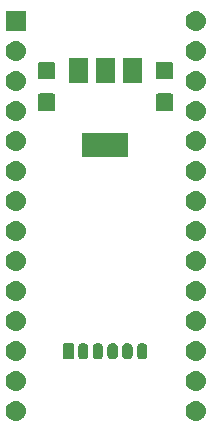
<source format=gbr>
G04 #@! TF.GenerationSoftware,KiCad,Pcbnew,(5.1.4)-1*
G04 #@! TF.CreationDate,2020-02-29T18:51:57+01:00*
G04 #@! TF.ProjectId,PLA_C64,504c415f-4336-4342-9e6b-696361645f70,rev?*
G04 #@! TF.SameCoordinates,Original*
G04 #@! TF.FileFunction,Soldermask,Bot*
G04 #@! TF.FilePolarity,Negative*
%FSLAX46Y46*%
G04 Gerber Fmt 4.6, Leading zero omitted, Abs format (unit mm)*
G04 Created by KiCad (PCBNEW (5.1.4)-1) date 2020-02-29 18:51:57*
%MOMM*%
%LPD*%
G04 APERTURE LIST*
%ADD10C,0.100000*%
G04 APERTURE END LIST*
D10*
G36*
X32119123Y-48809913D02*
G01*
X32279542Y-48858576D01*
X32412206Y-48929486D01*
X32427378Y-48937596D01*
X32556959Y-49043941D01*
X32663304Y-49173522D01*
X32663305Y-49173524D01*
X32742324Y-49321358D01*
X32790987Y-49481777D01*
X32807417Y-49648600D01*
X32790987Y-49815423D01*
X32742324Y-49975842D01*
X32671414Y-50108506D01*
X32663304Y-50123678D01*
X32556959Y-50253259D01*
X32427378Y-50359604D01*
X32427376Y-50359605D01*
X32279542Y-50438624D01*
X32119123Y-50487287D01*
X31994104Y-50499600D01*
X31910496Y-50499600D01*
X31785477Y-50487287D01*
X31625058Y-50438624D01*
X31477224Y-50359605D01*
X31477222Y-50359604D01*
X31347641Y-50253259D01*
X31241296Y-50123678D01*
X31233186Y-50108506D01*
X31162276Y-49975842D01*
X31113613Y-49815423D01*
X31097183Y-49648600D01*
X31113613Y-49481777D01*
X31162276Y-49321358D01*
X31241295Y-49173524D01*
X31241296Y-49173522D01*
X31347641Y-49043941D01*
X31477222Y-48937596D01*
X31492394Y-48929486D01*
X31625058Y-48858576D01*
X31785477Y-48809913D01*
X31910496Y-48797600D01*
X31994104Y-48797600D01*
X32119123Y-48809913D01*
X32119123Y-48809913D01*
G37*
G36*
X16879123Y-48809913D02*
G01*
X17039542Y-48858576D01*
X17172206Y-48929486D01*
X17187378Y-48937596D01*
X17316959Y-49043941D01*
X17423304Y-49173522D01*
X17423305Y-49173524D01*
X17502324Y-49321358D01*
X17550987Y-49481777D01*
X17567417Y-49648600D01*
X17550987Y-49815423D01*
X17502324Y-49975842D01*
X17431414Y-50108506D01*
X17423304Y-50123678D01*
X17316959Y-50253259D01*
X17187378Y-50359604D01*
X17187376Y-50359605D01*
X17039542Y-50438624D01*
X16879123Y-50487287D01*
X16754104Y-50499600D01*
X16670496Y-50499600D01*
X16545477Y-50487287D01*
X16385058Y-50438624D01*
X16237224Y-50359605D01*
X16237222Y-50359604D01*
X16107641Y-50253259D01*
X16001296Y-50123678D01*
X15993186Y-50108506D01*
X15922276Y-49975842D01*
X15873613Y-49815423D01*
X15857183Y-49648600D01*
X15873613Y-49481777D01*
X15922276Y-49321358D01*
X16001295Y-49173524D01*
X16001296Y-49173522D01*
X16107641Y-49043941D01*
X16237222Y-48937596D01*
X16252394Y-48929486D01*
X16385058Y-48858576D01*
X16545477Y-48809913D01*
X16670496Y-48797600D01*
X16754104Y-48797600D01*
X16879123Y-48809913D01*
X16879123Y-48809913D01*
G37*
G36*
X32119123Y-46269913D02*
G01*
X32279542Y-46318576D01*
X32412206Y-46389486D01*
X32427378Y-46397596D01*
X32556959Y-46503941D01*
X32663304Y-46633522D01*
X32663305Y-46633524D01*
X32742324Y-46781358D01*
X32790987Y-46941777D01*
X32807417Y-47108600D01*
X32790987Y-47275423D01*
X32742324Y-47435842D01*
X32671414Y-47568506D01*
X32663304Y-47583678D01*
X32556959Y-47713259D01*
X32427378Y-47819604D01*
X32427376Y-47819605D01*
X32279542Y-47898624D01*
X32119123Y-47947287D01*
X31994104Y-47959600D01*
X31910496Y-47959600D01*
X31785477Y-47947287D01*
X31625058Y-47898624D01*
X31477224Y-47819605D01*
X31477222Y-47819604D01*
X31347641Y-47713259D01*
X31241296Y-47583678D01*
X31233186Y-47568506D01*
X31162276Y-47435842D01*
X31113613Y-47275423D01*
X31097183Y-47108600D01*
X31113613Y-46941777D01*
X31162276Y-46781358D01*
X31241295Y-46633524D01*
X31241296Y-46633522D01*
X31347641Y-46503941D01*
X31477222Y-46397596D01*
X31492394Y-46389486D01*
X31625058Y-46318576D01*
X31785477Y-46269913D01*
X31910496Y-46257600D01*
X31994104Y-46257600D01*
X32119123Y-46269913D01*
X32119123Y-46269913D01*
G37*
G36*
X16879123Y-46269913D02*
G01*
X17039542Y-46318576D01*
X17172206Y-46389486D01*
X17187378Y-46397596D01*
X17316959Y-46503941D01*
X17423304Y-46633522D01*
X17423305Y-46633524D01*
X17502324Y-46781358D01*
X17550987Y-46941777D01*
X17567417Y-47108600D01*
X17550987Y-47275423D01*
X17502324Y-47435842D01*
X17431414Y-47568506D01*
X17423304Y-47583678D01*
X17316959Y-47713259D01*
X17187378Y-47819604D01*
X17187376Y-47819605D01*
X17039542Y-47898624D01*
X16879123Y-47947287D01*
X16754104Y-47959600D01*
X16670496Y-47959600D01*
X16545477Y-47947287D01*
X16385058Y-47898624D01*
X16237224Y-47819605D01*
X16237222Y-47819604D01*
X16107641Y-47713259D01*
X16001296Y-47583678D01*
X15993186Y-47568506D01*
X15922276Y-47435842D01*
X15873613Y-47275423D01*
X15857183Y-47108600D01*
X15873613Y-46941777D01*
X15922276Y-46781358D01*
X16001295Y-46633524D01*
X16001296Y-46633522D01*
X16107641Y-46503941D01*
X16237222Y-46397596D01*
X16252394Y-46389486D01*
X16385058Y-46318576D01*
X16545477Y-46269913D01*
X16670496Y-46257600D01*
X16754104Y-46257600D01*
X16879123Y-46269913D01*
X16879123Y-46269913D01*
G37*
G36*
X32119123Y-43729913D02*
G01*
X32279542Y-43778576D01*
X32412206Y-43849486D01*
X32427378Y-43857596D01*
X32556959Y-43963941D01*
X32663304Y-44093522D01*
X32663305Y-44093524D01*
X32742324Y-44241358D01*
X32790987Y-44401777D01*
X32807417Y-44568600D01*
X32790987Y-44735423D01*
X32742324Y-44895842D01*
X32687759Y-44997925D01*
X32663304Y-45043678D01*
X32556959Y-45173259D01*
X32427378Y-45279604D01*
X32427376Y-45279605D01*
X32279542Y-45358624D01*
X32119123Y-45407287D01*
X31994104Y-45419600D01*
X31910496Y-45419600D01*
X31785477Y-45407287D01*
X31625058Y-45358624D01*
X31477224Y-45279605D01*
X31477222Y-45279604D01*
X31347641Y-45173259D01*
X31241296Y-45043678D01*
X31216841Y-44997925D01*
X31162276Y-44895842D01*
X31113613Y-44735423D01*
X31097183Y-44568600D01*
X31113613Y-44401777D01*
X31162276Y-44241358D01*
X31241295Y-44093524D01*
X31241296Y-44093522D01*
X31347641Y-43963941D01*
X31477222Y-43857596D01*
X31492394Y-43849486D01*
X31625058Y-43778576D01*
X31785477Y-43729913D01*
X31910496Y-43717600D01*
X31994104Y-43717600D01*
X32119123Y-43729913D01*
X32119123Y-43729913D01*
G37*
G36*
X16879123Y-43729913D02*
G01*
X17039542Y-43778576D01*
X17172206Y-43849486D01*
X17187378Y-43857596D01*
X17316959Y-43963941D01*
X17423304Y-44093522D01*
X17423305Y-44093524D01*
X17502324Y-44241358D01*
X17550987Y-44401777D01*
X17567417Y-44568600D01*
X17550987Y-44735423D01*
X17502324Y-44895842D01*
X17447759Y-44997925D01*
X17423304Y-45043678D01*
X17316959Y-45173259D01*
X17187378Y-45279604D01*
X17187376Y-45279605D01*
X17039542Y-45358624D01*
X16879123Y-45407287D01*
X16754104Y-45419600D01*
X16670496Y-45419600D01*
X16545477Y-45407287D01*
X16385058Y-45358624D01*
X16237224Y-45279605D01*
X16237222Y-45279604D01*
X16107641Y-45173259D01*
X16001296Y-45043678D01*
X15976841Y-44997925D01*
X15922276Y-44895842D01*
X15873613Y-44735423D01*
X15857183Y-44568600D01*
X15873613Y-44401777D01*
X15922276Y-44241358D01*
X16001295Y-44093524D01*
X16001296Y-44093522D01*
X16107641Y-43963941D01*
X16237222Y-43857596D01*
X16252394Y-43849486D01*
X16385058Y-43778576D01*
X16545477Y-43729913D01*
X16670496Y-43717600D01*
X16754104Y-43717600D01*
X16879123Y-43729913D01*
X16879123Y-43729913D01*
G37*
G36*
X22504209Y-43880025D02*
G01*
X22589225Y-43905814D01*
X22667574Y-43947693D01*
X22736249Y-44004052D01*
X22792607Y-44072725D01*
X22834486Y-44151074D01*
X22860275Y-44236090D01*
X22866800Y-44302342D01*
X22866800Y-44846658D01*
X22860275Y-44912910D01*
X22834486Y-44997926D01*
X22792607Y-45076275D01*
X22736249Y-45144949D01*
X22667575Y-45201307D01*
X22589226Y-45243186D01*
X22504210Y-45268975D01*
X22415800Y-45277682D01*
X22327391Y-45268975D01*
X22242375Y-45243186D01*
X22164026Y-45201307D01*
X22095352Y-45144949D01*
X22038995Y-45076276D01*
X21997113Y-44997923D01*
X21971325Y-44912910D01*
X21964800Y-44846658D01*
X21964800Y-44302343D01*
X21971325Y-44236091D01*
X21997114Y-44151075D01*
X22038993Y-44072726D01*
X22095352Y-44004051D01*
X22164025Y-43947693D01*
X22242374Y-43905814D01*
X22327390Y-43880025D01*
X22415800Y-43871318D01*
X22504209Y-43880025D01*
X22504209Y-43880025D01*
G37*
G36*
X23754209Y-43880025D02*
G01*
X23839225Y-43905814D01*
X23917574Y-43947693D01*
X23986249Y-44004052D01*
X24042607Y-44072725D01*
X24084486Y-44151074D01*
X24110275Y-44236090D01*
X24116800Y-44302342D01*
X24116800Y-44846658D01*
X24110275Y-44912910D01*
X24084486Y-44997926D01*
X24042607Y-45076275D01*
X23986249Y-45144949D01*
X23917575Y-45201307D01*
X23839226Y-45243186D01*
X23754210Y-45268975D01*
X23665800Y-45277682D01*
X23577391Y-45268975D01*
X23492375Y-45243186D01*
X23414026Y-45201307D01*
X23345352Y-45144949D01*
X23288995Y-45076276D01*
X23247113Y-44997923D01*
X23221325Y-44912910D01*
X23214800Y-44846658D01*
X23214800Y-44302343D01*
X23221325Y-44236091D01*
X23247114Y-44151075D01*
X23288993Y-44072726D01*
X23345352Y-44004051D01*
X23414025Y-43947693D01*
X23492374Y-43905814D01*
X23577390Y-43880025D01*
X23665800Y-43871318D01*
X23754209Y-43880025D01*
X23754209Y-43880025D01*
G37*
G36*
X25004209Y-43880025D02*
G01*
X25089225Y-43905814D01*
X25167574Y-43947693D01*
X25236249Y-44004052D01*
X25292607Y-44072725D01*
X25334486Y-44151074D01*
X25360275Y-44236090D01*
X25366800Y-44302342D01*
X25366800Y-44846658D01*
X25360275Y-44912910D01*
X25334486Y-44997926D01*
X25292607Y-45076275D01*
X25236249Y-45144949D01*
X25167575Y-45201307D01*
X25089226Y-45243186D01*
X25004210Y-45268975D01*
X24915800Y-45277682D01*
X24827391Y-45268975D01*
X24742375Y-45243186D01*
X24664026Y-45201307D01*
X24595352Y-45144949D01*
X24538995Y-45076276D01*
X24497113Y-44997923D01*
X24471325Y-44912910D01*
X24464800Y-44846658D01*
X24464800Y-44302343D01*
X24471325Y-44236091D01*
X24497114Y-44151075D01*
X24538993Y-44072726D01*
X24595352Y-44004051D01*
X24664025Y-43947693D01*
X24742374Y-43905814D01*
X24827390Y-43880025D01*
X24915800Y-43871318D01*
X25004209Y-43880025D01*
X25004209Y-43880025D01*
G37*
G36*
X26254209Y-43880025D02*
G01*
X26339225Y-43905814D01*
X26417574Y-43947693D01*
X26486249Y-44004052D01*
X26542607Y-44072725D01*
X26584486Y-44151074D01*
X26610275Y-44236090D01*
X26616800Y-44302342D01*
X26616800Y-44846658D01*
X26610275Y-44912910D01*
X26584486Y-44997926D01*
X26542607Y-45076275D01*
X26486249Y-45144949D01*
X26417575Y-45201307D01*
X26339226Y-45243186D01*
X26254210Y-45268975D01*
X26165800Y-45277682D01*
X26077391Y-45268975D01*
X25992375Y-45243186D01*
X25914026Y-45201307D01*
X25845352Y-45144949D01*
X25788995Y-45076276D01*
X25747113Y-44997923D01*
X25721325Y-44912910D01*
X25714800Y-44846658D01*
X25714800Y-44302343D01*
X25721325Y-44236091D01*
X25747114Y-44151075D01*
X25788993Y-44072726D01*
X25845352Y-44004051D01*
X25914025Y-43947693D01*
X25992374Y-43905814D01*
X26077390Y-43880025D01*
X26165800Y-43871318D01*
X26254209Y-43880025D01*
X26254209Y-43880025D01*
G37*
G36*
X27504209Y-43880025D02*
G01*
X27589225Y-43905814D01*
X27667574Y-43947693D01*
X27736249Y-44004052D01*
X27792607Y-44072725D01*
X27834486Y-44151074D01*
X27860275Y-44236090D01*
X27866800Y-44302342D01*
X27866800Y-44846658D01*
X27860275Y-44912910D01*
X27834486Y-44997926D01*
X27792607Y-45076275D01*
X27736249Y-45144949D01*
X27667575Y-45201307D01*
X27589226Y-45243186D01*
X27504210Y-45268975D01*
X27415800Y-45277682D01*
X27327391Y-45268975D01*
X27242375Y-45243186D01*
X27164026Y-45201307D01*
X27095352Y-45144949D01*
X27038995Y-45076276D01*
X26997113Y-44997923D01*
X26971325Y-44912910D01*
X26964800Y-44846658D01*
X26964800Y-44302343D01*
X26971325Y-44236091D01*
X26997114Y-44151075D01*
X27038993Y-44072726D01*
X27095352Y-44004051D01*
X27164025Y-43947693D01*
X27242374Y-43905814D01*
X27327390Y-43880025D01*
X27415800Y-43871318D01*
X27504209Y-43880025D01*
X27504209Y-43880025D01*
G37*
G36*
X21485483Y-43877225D02*
G01*
X21515943Y-43886466D01*
X21544023Y-43901474D01*
X21568631Y-43921669D01*
X21588826Y-43946277D01*
X21603834Y-43974357D01*
X21613075Y-44004817D01*
X21616800Y-44042640D01*
X21616800Y-45106360D01*
X21613075Y-45144183D01*
X21603834Y-45174643D01*
X21588826Y-45202723D01*
X21568631Y-45227331D01*
X21544023Y-45247526D01*
X21515943Y-45262534D01*
X21485483Y-45271775D01*
X21447660Y-45275500D01*
X20883940Y-45275500D01*
X20846117Y-45271775D01*
X20815657Y-45262534D01*
X20787577Y-45247526D01*
X20762969Y-45227331D01*
X20742774Y-45202723D01*
X20727766Y-45174643D01*
X20718525Y-45144183D01*
X20714800Y-45106360D01*
X20714800Y-44042640D01*
X20718525Y-44004817D01*
X20727766Y-43974357D01*
X20742774Y-43946277D01*
X20762969Y-43921669D01*
X20787577Y-43901474D01*
X20815657Y-43886466D01*
X20846117Y-43877225D01*
X20883940Y-43873500D01*
X21447660Y-43873500D01*
X21485483Y-43877225D01*
X21485483Y-43877225D01*
G37*
G36*
X16879123Y-41189913D02*
G01*
X17039542Y-41238576D01*
X17172206Y-41309486D01*
X17187378Y-41317596D01*
X17316959Y-41423941D01*
X17423304Y-41553522D01*
X17423305Y-41553524D01*
X17502324Y-41701358D01*
X17550987Y-41861777D01*
X17567417Y-42028600D01*
X17550987Y-42195423D01*
X17502324Y-42355842D01*
X17431414Y-42488506D01*
X17423304Y-42503678D01*
X17316959Y-42633259D01*
X17187378Y-42739604D01*
X17187376Y-42739605D01*
X17039542Y-42818624D01*
X16879123Y-42867287D01*
X16754104Y-42879600D01*
X16670496Y-42879600D01*
X16545477Y-42867287D01*
X16385058Y-42818624D01*
X16237224Y-42739605D01*
X16237222Y-42739604D01*
X16107641Y-42633259D01*
X16001296Y-42503678D01*
X15993186Y-42488506D01*
X15922276Y-42355842D01*
X15873613Y-42195423D01*
X15857183Y-42028600D01*
X15873613Y-41861777D01*
X15922276Y-41701358D01*
X16001295Y-41553524D01*
X16001296Y-41553522D01*
X16107641Y-41423941D01*
X16237222Y-41317596D01*
X16252394Y-41309486D01*
X16385058Y-41238576D01*
X16545477Y-41189913D01*
X16670496Y-41177600D01*
X16754104Y-41177600D01*
X16879123Y-41189913D01*
X16879123Y-41189913D01*
G37*
G36*
X32119123Y-41189913D02*
G01*
X32279542Y-41238576D01*
X32412206Y-41309486D01*
X32427378Y-41317596D01*
X32556959Y-41423941D01*
X32663304Y-41553522D01*
X32663305Y-41553524D01*
X32742324Y-41701358D01*
X32790987Y-41861777D01*
X32807417Y-42028600D01*
X32790987Y-42195423D01*
X32742324Y-42355842D01*
X32671414Y-42488506D01*
X32663304Y-42503678D01*
X32556959Y-42633259D01*
X32427378Y-42739604D01*
X32427376Y-42739605D01*
X32279542Y-42818624D01*
X32119123Y-42867287D01*
X31994104Y-42879600D01*
X31910496Y-42879600D01*
X31785477Y-42867287D01*
X31625058Y-42818624D01*
X31477224Y-42739605D01*
X31477222Y-42739604D01*
X31347641Y-42633259D01*
X31241296Y-42503678D01*
X31233186Y-42488506D01*
X31162276Y-42355842D01*
X31113613Y-42195423D01*
X31097183Y-42028600D01*
X31113613Y-41861777D01*
X31162276Y-41701358D01*
X31241295Y-41553524D01*
X31241296Y-41553522D01*
X31347641Y-41423941D01*
X31477222Y-41317596D01*
X31492394Y-41309486D01*
X31625058Y-41238576D01*
X31785477Y-41189913D01*
X31910496Y-41177600D01*
X31994104Y-41177600D01*
X32119123Y-41189913D01*
X32119123Y-41189913D01*
G37*
G36*
X16879123Y-38649913D02*
G01*
X17039542Y-38698576D01*
X17172206Y-38769486D01*
X17187378Y-38777596D01*
X17316959Y-38883941D01*
X17423304Y-39013522D01*
X17423305Y-39013524D01*
X17502324Y-39161358D01*
X17550987Y-39321777D01*
X17567417Y-39488600D01*
X17550987Y-39655423D01*
X17502324Y-39815842D01*
X17431414Y-39948506D01*
X17423304Y-39963678D01*
X17316959Y-40093259D01*
X17187378Y-40199604D01*
X17187376Y-40199605D01*
X17039542Y-40278624D01*
X16879123Y-40327287D01*
X16754104Y-40339600D01*
X16670496Y-40339600D01*
X16545477Y-40327287D01*
X16385058Y-40278624D01*
X16237224Y-40199605D01*
X16237222Y-40199604D01*
X16107641Y-40093259D01*
X16001296Y-39963678D01*
X15993186Y-39948506D01*
X15922276Y-39815842D01*
X15873613Y-39655423D01*
X15857183Y-39488600D01*
X15873613Y-39321777D01*
X15922276Y-39161358D01*
X16001295Y-39013524D01*
X16001296Y-39013522D01*
X16107641Y-38883941D01*
X16237222Y-38777596D01*
X16252394Y-38769486D01*
X16385058Y-38698576D01*
X16545477Y-38649913D01*
X16670496Y-38637600D01*
X16754104Y-38637600D01*
X16879123Y-38649913D01*
X16879123Y-38649913D01*
G37*
G36*
X32119123Y-38649913D02*
G01*
X32279542Y-38698576D01*
X32412206Y-38769486D01*
X32427378Y-38777596D01*
X32556959Y-38883941D01*
X32663304Y-39013522D01*
X32663305Y-39013524D01*
X32742324Y-39161358D01*
X32790987Y-39321777D01*
X32807417Y-39488600D01*
X32790987Y-39655423D01*
X32742324Y-39815842D01*
X32671414Y-39948506D01*
X32663304Y-39963678D01*
X32556959Y-40093259D01*
X32427378Y-40199604D01*
X32427376Y-40199605D01*
X32279542Y-40278624D01*
X32119123Y-40327287D01*
X31994104Y-40339600D01*
X31910496Y-40339600D01*
X31785477Y-40327287D01*
X31625058Y-40278624D01*
X31477224Y-40199605D01*
X31477222Y-40199604D01*
X31347641Y-40093259D01*
X31241296Y-39963678D01*
X31233186Y-39948506D01*
X31162276Y-39815842D01*
X31113613Y-39655423D01*
X31097183Y-39488600D01*
X31113613Y-39321777D01*
X31162276Y-39161358D01*
X31241295Y-39013524D01*
X31241296Y-39013522D01*
X31347641Y-38883941D01*
X31477222Y-38777596D01*
X31492394Y-38769486D01*
X31625058Y-38698576D01*
X31785477Y-38649913D01*
X31910496Y-38637600D01*
X31994104Y-38637600D01*
X32119123Y-38649913D01*
X32119123Y-38649913D01*
G37*
G36*
X32119123Y-36109913D02*
G01*
X32279542Y-36158576D01*
X32412206Y-36229486D01*
X32427378Y-36237596D01*
X32556959Y-36343941D01*
X32663304Y-36473522D01*
X32663305Y-36473524D01*
X32742324Y-36621358D01*
X32790987Y-36781777D01*
X32807417Y-36948600D01*
X32790987Y-37115423D01*
X32742324Y-37275842D01*
X32671414Y-37408506D01*
X32663304Y-37423678D01*
X32556959Y-37553259D01*
X32427378Y-37659604D01*
X32427376Y-37659605D01*
X32279542Y-37738624D01*
X32119123Y-37787287D01*
X31994104Y-37799600D01*
X31910496Y-37799600D01*
X31785477Y-37787287D01*
X31625058Y-37738624D01*
X31477224Y-37659605D01*
X31477222Y-37659604D01*
X31347641Y-37553259D01*
X31241296Y-37423678D01*
X31233186Y-37408506D01*
X31162276Y-37275842D01*
X31113613Y-37115423D01*
X31097183Y-36948600D01*
X31113613Y-36781777D01*
X31162276Y-36621358D01*
X31241295Y-36473524D01*
X31241296Y-36473522D01*
X31347641Y-36343941D01*
X31477222Y-36237596D01*
X31492394Y-36229486D01*
X31625058Y-36158576D01*
X31785477Y-36109913D01*
X31910496Y-36097600D01*
X31994104Y-36097600D01*
X32119123Y-36109913D01*
X32119123Y-36109913D01*
G37*
G36*
X16879123Y-36109913D02*
G01*
X17039542Y-36158576D01*
X17172206Y-36229486D01*
X17187378Y-36237596D01*
X17316959Y-36343941D01*
X17423304Y-36473522D01*
X17423305Y-36473524D01*
X17502324Y-36621358D01*
X17550987Y-36781777D01*
X17567417Y-36948600D01*
X17550987Y-37115423D01*
X17502324Y-37275842D01*
X17431414Y-37408506D01*
X17423304Y-37423678D01*
X17316959Y-37553259D01*
X17187378Y-37659604D01*
X17187376Y-37659605D01*
X17039542Y-37738624D01*
X16879123Y-37787287D01*
X16754104Y-37799600D01*
X16670496Y-37799600D01*
X16545477Y-37787287D01*
X16385058Y-37738624D01*
X16237224Y-37659605D01*
X16237222Y-37659604D01*
X16107641Y-37553259D01*
X16001296Y-37423678D01*
X15993186Y-37408506D01*
X15922276Y-37275842D01*
X15873613Y-37115423D01*
X15857183Y-36948600D01*
X15873613Y-36781777D01*
X15922276Y-36621358D01*
X16001295Y-36473524D01*
X16001296Y-36473522D01*
X16107641Y-36343941D01*
X16237222Y-36237596D01*
X16252394Y-36229486D01*
X16385058Y-36158576D01*
X16545477Y-36109913D01*
X16670496Y-36097600D01*
X16754104Y-36097600D01*
X16879123Y-36109913D01*
X16879123Y-36109913D01*
G37*
G36*
X32119123Y-33569913D02*
G01*
X32279542Y-33618576D01*
X32412206Y-33689486D01*
X32427378Y-33697596D01*
X32556959Y-33803941D01*
X32663304Y-33933522D01*
X32663305Y-33933524D01*
X32742324Y-34081358D01*
X32790987Y-34241777D01*
X32807417Y-34408600D01*
X32790987Y-34575423D01*
X32742324Y-34735842D01*
X32671414Y-34868506D01*
X32663304Y-34883678D01*
X32556959Y-35013259D01*
X32427378Y-35119604D01*
X32427376Y-35119605D01*
X32279542Y-35198624D01*
X32119123Y-35247287D01*
X31994104Y-35259600D01*
X31910496Y-35259600D01*
X31785477Y-35247287D01*
X31625058Y-35198624D01*
X31477224Y-35119605D01*
X31477222Y-35119604D01*
X31347641Y-35013259D01*
X31241296Y-34883678D01*
X31233186Y-34868506D01*
X31162276Y-34735842D01*
X31113613Y-34575423D01*
X31097183Y-34408600D01*
X31113613Y-34241777D01*
X31162276Y-34081358D01*
X31241295Y-33933524D01*
X31241296Y-33933522D01*
X31347641Y-33803941D01*
X31477222Y-33697596D01*
X31492394Y-33689486D01*
X31625058Y-33618576D01*
X31785477Y-33569913D01*
X31910496Y-33557600D01*
X31994104Y-33557600D01*
X32119123Y-33569913D01*
X32119123Y-33569913D01*
G37*
G36*
X16879123Y-33569913D02*
G01*
X17039542Y-33618576D01*
X17172206Y-33689486D01*
X17187378Y-33697596D01*
X17316959Y-33803941D01*
X17423304Y-33933522D01*
X17423305Y-33933524D01*
X17502324Y-34081358D01*
X17550987Y-34241777D01*
X17567417Y-34408600D01*
X17550987Y-34575423D01*
X17502324Y-34735842D01*
X17431414Y-34868506D01*
X17423304Y-34883678D01*
X17316959Y-35013259D01*
X17187378Y-35119604D01*
X17187376Y-35119605D01*
X17039542Y-35198624D01*
X16879123Y-35247287D01*
X16754104Y-35259600D01*
X16670496Y-35259600D01*
X16545477Y-35247287D01*
X16385058Y-35198624D01*
X16237224Y-35119605D01*
X16237222Y-35119604D01*
X16107641Y-35013259D01*
X16001296Y-34883678D01*
X15993186Y-34868506D01*
X15922276Y-34735842D01*
X15873613Y-34575423D01*
X15857183Y-34408600D01*
X15873613Y-34241777D01*
X15922276Y-34081358D01*
X16001295Y-33933524D01*
X16001296Y-33933522D01*
X16107641Y-33803941D01*
X16237222Y-33697596D01*
X16252394Y-33689486D01*
X16385058Y-33618576D01*
X16545477Y-33569913D01*
X16670496Y-33557600D01*
X16754104Y-33557600D01*
X16879123Y-33569913D01*
X16879123Y-33569913D01*
G37*
G36*
X32119123Y-31029913D02*
G01*
X32279542Y-31078576D01*
X32412206Y-31149486D01*
X32427378Y-31157596D01*
X32556959Y-31263941D01*
X32663304Y-31393522D01*
X32663305Y-31393524D01*
X32742324Y-31541358D01*
X32790987Y-31701777D01*
X32807417Y-31868600D01*
X32790987Y-32035423D01*
X32742324Y-32195842D01*
X32671414Y-32328506D01*
X32663304Y-32343678D01*
X32556959Y-32473259D01*
X32427378Y-32579604D01*
X32427376Y-32579605D01*
X32279542Y-32658624D01*
X32119123Y-32707287D01*
X31994104Y-32719600D01*
X31910496Y-32719600D01*
X31785477Y-32707287D01*
X31625058Y-32658624D01*
X31477224Y-32579605D01*
X31477222Y-32579604D01*
X31347641Y-32473259D01*
X31241296Y-32343678D01*
X31233186Y-32328506D01*
X31162276Y-32195842D01*
X31113613Y-32035423D01*
X31097183Y-31868600D01*
X31113613Y-31701777D01*
X31162276Y-31541358D01*
X31241295Y-31393524D01*
X31241296Y-31393522D01*
X31347641Y-31263941D01*
X31477222Y-31157596D01*
X31492394Y-31149486D01*
X31625058Y-31078576D01*
X31785477Y-31029913D01*
X31910496Y-31017600D01*
X31994104Y-31017600D01*
X32119123Y-31029913D01*
X32119123Y-31029913D01*
G37*
G36*
X16879123Y-31029913D02*
G01*
X17039542Y-31078576D01*
X17172206Y-31149486D01*
X17187378Y-31157596D01*
X17316959Y-31263941D01*
X17423304Y-31393522D01*
X17423305Y-31393524D01*
X17502324Y-31541358D01*
X17550987Y-31701777D01*
X17567417Y-31868600D01*
X17550987Y-32035423D01*
X17502324Y-32195842D01*
X17431414Y-32328506D01*
X17423304Y-32343678D01*
X17316959Y-32473259D01*
X17187378Y-32579604D01*
X17187376Y-32579605D01*
X17039542Y-32658624D01*
X16879123Y-32707287D01*
X16754104Y-32719600D01*
X16670496Y-32719600D01*
X16545477Y-32707287D01*
X16385058Y-32658624D01*
X16237224Y-32579605D01*
X16237222Y-32579604D01*
X16107641Y-32473259D01*
X16001296Y-32343678D01*
X15993186Y-32328506D01*
X15922276Y-32195842D01*
X15873613Y-32035423D01*
X15857183Y-31868600D01*
X15873613Y-31701777D01*
X15922276Y-31541358D01*
X16001295Y-31393524D01*
X16001296Y-31393522D01*
X16107641Y-31263941D01*
X16237222Y-31157596D01*
X16252394Y-31149486D01*
X16385058Y-31078576D01*
X16545477Y-31029913D01*
X16670496Y-31017600D01*
X16754104Y-31017600D01*
X16879123Y-31029913D01*
X16879123Y-31029913D01*
G37*
G36*
X16879123Y-28489913D02*
G01*
X17039542Y-28538576D01*
X17172206Y-28609486D01*
X17187378Y-28617596D01*
X17316959Y-28723941D01*
X17423304Y-28853522D01*
X17423305Y-28853524D01*
X17502324Y-29001358D01*
X17550987Y-29161777D01*
X17567417Y-29328600D01*
X17550987Y-29495423D01*
X17502324Y-29655842D01*
X17431414Y-29788506D01*
X17423304Y-29803678D01*
X17316959Y-29933259D01*
X17187378Y-30039604D01*
X17187376Y-30039605D01*
X17039542Y-30118624D01*
X16879123Y-30167287D01*
X16754104Y-30179600D01*
X16670496Y-30179600D01*
X16545477Y-30167287D01*
X16385058Y-30118624D01*
X16237224Y-30039605D01*
X16237222Y-30039604D01*
X16107641Y-29933259D01*
X16001296Y-29803678D01*
X15993186Y-29788506D01*
X15922276Y-29655842D01*
X15873613Y-29495423D01*
X15857183Y-29328600D01*
X15873613Y-29161777D01*
X15922276Y-29001358D01*
X16001295Y-28853524D01*
X16001296Y-28853522D01*
X16107641Y-28723941D01*
X16237222Y-28617596D01*
X16252394Y-28609486D01*
X16385058Y-28538576D01*
X16545477Y-28489913D01*
X16670496Y-28477600D01*
X16754104Y-28477600D01*
X16879123Y-28489913D01*
X16879123Y-28489913D01*
G37*
G36*
X32119123Y-28489913D02*
G01*
X32279542Y-28538576D01*
X32412206Y-28609486D01*
X32427378Y-28617596D01*
X32556959Y-28723941D01*
X32663304Y-28853522D01*
X32663305Y-28853524D01*
X32742324Y-29001358D01*
X32790987Y-29161777D01*
X32807417Y-29328600D01*
X32790987Y-29495423D01*
X32742324Y-29655842D01*
X32671414Y-29788506D01*
X32663304Y-29803678D01*
X32556959Y-29933259D01*
X32427378Y-30039604D01*
X32427376Y-30039605D01*
X32279542Y-30118624D01*
X32119123Y-30167287D01*
X31994104Y-30179600D01*
X31910496Y-30179600D01*
X31785477Y-30167287D01*
X31625058Y-30118624D01*
X31477224Y-30039605D01*
X31477222Y-30039604D01*
X31347641Y-29933259D01*
X31241296Y-29803678D01*
X31233186Y-29788506D01*
X31162276Y-29655842D01*
X31113613Y-29495423D01*
X31097183Y-29328600D01*
X31113613Y-29161777D01*
X31162276Y-29001358D01*
X31241295Y-28853524D01*
X31241296Y-28853522D01*
X31347641Y-28723941D01*
X31477222Y-28617596D01*
X31492394Y-28609486D01*
X31625058Y-28538576D01*
X31785477Y-28489913D01*
X31910496Y-28477600D01*
X31994104Y-28477600D01*
X32119123Y-28489913D01*
X32119123Y-28489913D01*
G37*
G36*
X26246100Y-28178600D02*
G01*
X22344100Y-28178600D01*
X22344100Y-26076600D01*
X26246100Y-26076600D01*
X26246100Y-28178600D01*
X26246100Y-28178600D01*
G37*
G36*
X16879123Y-25949913D02*
G01*
X17039542Y-25998576D01*
X17172206Y-26069486D01*
X17187378Y-26077596D01*
X17316959Y-26183941D01*
X17423304Y-26313522D01*
X17423305Y-26313524D01*
X17502324Y-26461358D01*
X17550987Y-26621777D01*
X17567417Y-26788600D01*
X17550987Y-26955423D01*
X17502324Y-27115842D01*
X17431414Y-27248506D01*
X17423304Y-27263678D01*
X17316959Y-27393259D01*
X17187378Y-27499604D01*
X17187376Y-27499605D01*
X17039542Y-27578624D01*
X16879123Y-27627287D01*
X16754104Y-27639600D01*
X16670496Y-27639600D01*
X16545477Y-27627287D01*
X16385058Y-27578624D01*
X16237224Y-27499605D01*
X16237222Y-27499604D01*
X16107641Y-27393259D01*
X16001296Y-27263678D01*
X15993186Y-27248506D01*
X15922276Y-27115842D01*
X15873613Y-26955423D01*
X15857183Y-26788600D01*
X15873613Y-26621777D01*
X15922276Y-26461358D01*
X16001295Y-26313524D01*
X16001296Y-26313522D01*
X16107641Y-26183941D01*
X16237222Y-26077596D01*
X16252394Y-26069486D01*
X16385058Y-25998576D01*
X16545477Y-25949913D01*
X16670496Y-25937600D01*
X16754104Y-25937600D01*
X16879123Y-25949913D01*
X16879123Y-25949913D01*
G37*
G36*
X32119123Y-25949913D02*
G01*
X32279542Y-25998576D01*
X32412206Y-26069486D01*
X32427378Y-26077596D01*
X32556959Y-26183941D01*
X32663304Y-26313522D01*
X32663305Y-26313524D01*
X32742324Y-26461358D01*
X32790987Y-26621777D01*
X32807417Y-26788600D01*
X32790987Y-26955423D01*
X32742324Y-27115842D01*
X32671414Y-27248506D01*
X32663304Y-27263678D01*
X32556959Y-27393259D01*
X32427378Y-27499604D01*
X32427376Y-27499605D01*
X32279542Y-27578624D01*
X32119123Y-27627287D01*
X31994104Y-27639600D01*
X31910496Y-27639600D01*
X31785477Y-27627287D01*
X31625058Y-27578624D01*
X31477224Y-27499605D01*
X31477222Y-27499604D01*
X31347641Y-27393259D01*
X31241296Y-27263678D01*
X31233186Y-27248506D01*
X31162276Y-27115842D01*
X31113613Y-26955423D01*
X31097183Y-26788600D01*
X31113613Y-26621777D01*
X31162276Y-26461358D01*
X31241295Y-26313524D01*
X31241296Y-26313522D01*
X31347641Y-26183941D01*
X31477222Y-26077596D01*
X31492394Y-26069486D01*
X31625058Y-25998576D01*
X31785477Y-25949913D01*
X31910496Y-25937600D01*
X31994104Y-25937600D01*
X32119123Y-25949913D01*
X32119123Y-25949913D01*
G37*
G36*
X16879123Y-23409913D02*
G01*
X17039542Y-23458576D01*
X17172206Y-23529486D01*
X17187378Y-23537596D01*
X17316959Y-23643941D01*
X17423304Y-23773522D01*
X17423305Y-23773524D01*
X17502324Y-23921358D01*
X17550987Y-24081777D01*
X17567417Y-24248600D01*
X17550987Y-24415423D01*
X17502324Y-24575842D01*
X17431414Y-24708506D01*
X17423304Y-24723678D01*
X17316959Y-24853259D01*
X17187378Y-24959604D01*
X17187376Y-24959605D01*
X17039542Y-25038624D01*
X16879123Y-25087287D01*
X16754104Y-25099600D01*
X16670496Y-25099600D01*
X16545477Y-25087287D01*
X16385058Y-25038624D01*
X16237224Y-24959605D01*
X16237222Y-24959604D01*
X16107641Y-24853259D01*
X16001296Y-24723678D01*
X15993186Y-24708506D01*
X15922276Y-24575842D01*
X15873613Y-24415423D01*
X15857183Y-24248600D01*
X15873613Y-24081777D01*
X15922276Y-23921358D01*
X16001295Y-23773524D01*
X16001296Y-23773522D01*
X16107641Y-23643941D01*
X16237222Y-23537596D01*
X16252394Y-23529486D01*
X16385058Y-23458576D01*
X16545477Y-23409913D01*
X16670496Y-23397600D01*
X16754104Y-23397600D01*
X16879123Y-23409913D01*
X16879123Y-23409913D01*
G37*
G36*
X32119123Y-23409913D02*
G01*
X32279542Y-23458576D01*
X32412206Y-23529486D01*
X32427378Y-23537596D01*
X32556959Y-23643941D01*
X32663304Y-23773522D01*
X32663305Y-23773524D01*
X32742324Y-23921358D01*
X32790987Y-24081777D01*
X32807417Y-24248600D01*
X32790987Y-24415423D01*
X32742324Y-24575842D01*
X32671414Y-24708506D01*
X32663304Y-24723678D01*
X32556959Y-24853259D01*
X32427378Y-24959604D01*
X32427376Y-24959605D01*
X32279542Y-25038624D01*
X32119123Y-25087287D01*
X31994104Y-25099600D01*
X31910496Y-25099600D01*
X31785477Y-25087287D01*
X31625058Y-25038624D01*
X31477224Y-24959605D01*
X31477222Y-24959604D01*
X31347641Y-24853259D01*
X31241296Y-24723678D01*
X31233186Y-24708506D01*
X31162276Y-24575842D01*
X31113613Y-24415423D01*
X31097183Y-24248600D01*
X31113613Y-24081777D01*
X31162276Y-23921358D01*
X31241295Y-23773524D01*
X31241296Y-23773522D01*
X31347641Y-23643941D01*
X31477222Y-23537596D01*
X31492394Y-23529486D01*
X31625058Y-23458576D01*
X31785477Y-23409913D01*
X31910496Y-23397600D01*
X31994104Y-23397600D01*
X32119123Y-23409913D01*
X32119123Y-23409913D01*
G37*
G36*
X19894598Y-22764747D02*
G01*
X19930167Y-22775537D01*
X19962939Y-22793054D01*
X19991669Y-22816631D01*
X20015246Y-22845361D01*
X20032763Y-22878133D01*
X20043553Y-22913702D01*
X20047800Y-22956825D01*
X20047800Y-24066175D01*
X20043553Y-24109298D01*
X20032763Y-24144867D01*
X20015246Y-24177639D01*
X19991669Y-24206369D01*
X19962939Y-24229946D01*
X19930167Y-24247463D01*
X19894598Y-24258253D01*
X19851475Y-24262500D01*
X18792125Y-24262500D01*
X18749002Y-24258253D01*
X18713433Y-24247463D01*
X18680661Y-24229946D01*
X18651931Y-24206369D01*
X18628354Y-24177639D01*
X18610837Y-24144867D01*
X18600047Y-24109298D01*
X18595800Y-24066175D01*
X18595800Y-22956825D01*
X18600047Y-22913702D01*
X18610837Y-22878133D01*
X18628354Y-22845361D01*
X18651931Y-22816631D01*
X18680661Y-22793054D01*
X18713433Y-22775537D01*
X18749002Y-22764747D01*
X18792125Y-22760500D01*
X19851475Y-22760500D01*
X19894598Y-22764747D01*
X19894598Y-22764747D01*
G37*
G36*
X29866598Y-22764747D02*
G01*
X29902167Y-22775537D01*
X29934939Y-22793054D01*
X29963669Y-22816631D01*
X29987246Y-22845361D01*
X30004763Y-22878133D01*
X30015553Y-22913702D01*
X30019800Y-22956825D01*
X30019800Y-24066175D01*
X30015553Y-24109298D01*
X30004763Y-24144867D01*
X29987246Y-24177639D01*
X29963669Y-24206369D01*
X29934939Y-24229946D01*
X29902167Y-24247463D01*
X29866598Y-24258253D01*
X29823475Y-24262500D01*
X28764125Y-24262500D01*
X28721002Y-24258253D01*
X28685433Y-24247463D01*
X28652661Y-24229946D01*
X28623931Y-24206369D01*
X28600354Y-24177639D01*
X28582837Y-24144867D01*
X28572047Y-24109298D01*
X28567800Y-24066175D01*
X28567800Y-22956825D01*
X28572047Y-22913702D01*
X28582837Y-22878133D01*
X28600354Y-22845361D01*
X28623931Y-22816631D01*
X28652661Y-22793054D01*
X28685433Y-22775537D01*
X28721002Y-22764747D01*
X28764125Y-22760500D01*
X29823475Y-22760500D01*
X29866598Y-22764747D01*
X29866598Y-22764747D01*
G37*
G36*
X16879123Y-20869913D02*
G01*
X17039542Y-20918576D01*
X17172206Y-20989486D01*
X17187378Y-20997596D01*
X17316959Y-21103941D01*
X17423304Y-21233522D01*
X17423305Y-21233524D01*
X17502324Y-21381358D01*
X17550987Y-21541777D01*
X17567417Y-21708600D01*
X17550987Y-21875423D01*
X17502324Y-22035842D01*
X17431414Y-22168506D01*
X17423304Y-22183678D01*
X17316959Y-22313259D01*
X17187378Y-22419604D01*
X17187376Y-22419605D01*
X17039542Y-22498624D01*
X16879123Y-22547287D01*
X16754104Y-22559600D01*
X16670496Y-22559600D01*
X16545477Y-22547287D01*
X16385058Y-22498624D01*
X16237224Y-22419605D01*
X16237222Y-22419604D01*
X16107641Y-22313259D01*
X16001296Y-22183678D01*
X15993186Y-22168506D01*
X15922276Y-22035842D01*
X15873613Y-21875423D01*
X15857183Y-21708600D01*
X15873613Y-21541777D01*
X15922276Y-21381358D01*
X16001295Y-21233524D01*
X16001296Y-21233522D01*
X16107641Y-21103941D01*
X16237222Y-20997596D01*
X16252394Y-20989486D01*
X16385058Y-20918576D01*
X16545477Y-20869913D01*
X16670496Y-20857600D01*
X16754104Y-20857600D01*
X16879123Y-20869913D01*
X16879123Y-20869913D01*
G37*
G36*
X32119123Y-20869913D02*
G01*
X32279542Y-20918576D01*
X32412206Y-20989486D01*
X32427378Y-20997596D01*
X32556959Y-21103941D01*
X32663304Y-21233522D01*
X32663305Y-21233524D01*
X32742324Y-21381358D01*
X32790987Y-21541777D01*
X32807417Y-21708600D01*
X32790987Y-21875423D01*
X32742324Y-22035842D01*
X32671414Y-22168506D01*
X32663304Y-22183678D01*
X32556959Y-22313259D01*
X32427378Y-22419604D01*
X32427376Y-22419605D01*
X32279542Y-22498624D01*
X32119123Y-22547287D01*
X31994104Y-22559600D01*
X31910496Y-22559600D01*
X31785477Y-22547287D01*
X31625058Y-22498624D01*
X31477224Y-22419605D01*
X31477222Y-22419604D01*
X31347641Y-22313259D01*
X31241296Y-22183678D01*
X31233186Y-22168506D01*
X31162276Y-22035842D01*
X31113613Y-21875423D01*
X31097183Y-21708600D01*
X31113613Y-21541777D01*
X31162276Y-21381358D01*
X31241295Y-21233524D01*
X31241296Y-21233522D01*
X31347641Y-21103941D01*
X31477222Y-20997596D01*
X31492394Y-20989486D01*
X31625058Y-20918576D01*
X31785477Y-20869913D01*
X31910496Y-20857600D01*
X31994104Y-20857600D01*
X32119123Y-20869913D01*
X32119123Y-20869913D01*
G37*
G36*
X25096100Y-21878600D02*
G01*
X23494100Y-21878600D01*
X23494100Y-19776600D01*
X25096100Y-19776600D01*
X25096100Y-21878600D01*
X25096100Y-21878600D01*
G37*
G36*
X22796100Y-21878600D02*
G01*
X21194100Y-21878600D01*
X21194100Y-19776600D01*
X22796100Y-19776600D01*
X22796100Y-21878600D01*
X22796100Y-21878600D01*
G37*
G36*
X27396100Y-21878600D02*
G01*
X25794100Y-21878600D01*
X25794100Y-19776600D01*
X27396100Y-19776600D01*
X27396100Y-21878600D01*
X27396100Y-21878600D01*
G37*
G36*
X19894598Y-20064747D02*
G01*
X19930167Y-20075537D01*
X19962939Y-20093054D01*
X19991669Y-20116631D01*
X20015246Y-20145361D01*
X20032763Y-20178133D01*
X20043553Y-20213702D01*
X20047800Y-20256825D01*
X20047800Y-21366175D01*
X20043553Y-21409298D01*
X20032763Y-21444867D01*
X20015246Y-21477639D01*
X19991669Y-21506369D01*
X19962939Y-21529946D01*
X19930167Y-21547463D01*
X19894598Y-21558253D01*
X19851475Y-21562500D01*
X18792125Y-21562500D01*
X18749002Y-21558253D01*
X18713433Y-21547463D01*
X18680661Y-21529946D01*
X18651931Y-21506369D01*
X18628354Y-21477639D01*
X18610837Y-21444867D01*
X18600047Y-21409298D01*
X18595800Y-21366175D01*
X18595800Y-20256825D01*
X18600047Y-20213702D01*
X18610837Y-20178133D01*
X18628354Y-20145361D01*
X18651931Y-20116631D01*
X18680661Y-20093054D01*
X18713433Y-20075537D01*
X18749002Y-20064747D01*
X18792125Y-20060500D01*
X19851475Y-20060500D01*
X19894598Y-20064747D01*
X19894598Y-20064747D01*
G37*
G36*
X29866598Y-20064747D02*
G01*
X29902167Y-20075537D01*
X29934939Y-20093054D01*
X29963669Y-20116631D01*
X29987246Y-20145361D01*
X30004763Y-20178133D01*
X30015553Y-20213702D01*
X30019800Y-20256825D01*
X30019800Y-21366175D01*
X30015553Y-21409298D01*
X30004763Y-21444867D01*
X29987246Y-21477639D01*
X29963669Y-21506369D01*
X29934939Y-21529946D01*
X29902167Y-21547463D01*
X29866598Y-21558253D01*
X29823475Y-21562500D01*
X28764125Y-21562500D01*
X28721002Y-21558253D01*
X28685433Y-21547463D01*
X28652661Y-21529946D01*
X28623931Y-21506369D01*
X28600354Y-21477639D01*
X28582837Y-21444867D01*
X28572047Y-21409298D01*
X28567800Y-21366175D01*
X28567800Y-20256825D01*
X28572047Y-20213702D01*
X28582837Y-20178133D01*
X28600354Y-20145361D01*
X28623931Y-20116631D01*
X28652661Y-20093054D01*
X28685433Y-20075537D01*
X28721002Y-20064747D01*
X28764125Y-20060500D01*
X29823475Y-20060500D01*
X29866598Y-20064747D01*
X29866598Y-20064747D01*
G37*
G36*
X16879123Y-18329913D02*
G01*
X17039542Y-18378576D01*
X17172206Y-18449486D01*
X17187378Y-18457596D01*
X17316959Y-18563941D01*
X17423304Y-18693522D01*
X17423305Y-18693524D01*
X17502324Y-18841358D01*
X17550987Y-19001777D01*
X17567417Y-19168600D01*
X17550987Y-19335423D01*
X17502324Y-19495842D01*
X17431414Y-19628506D01*
X17423304Y-19643678D01*
X17316959Y-19773259D01*
X17187378Y-19879604D01*
X17187376Y-19879605D01*
X17039542Y-19958624D01*
X16879123Y-20007287D01*
X16754104Y-20019600D01*
X16670496Y-20019600D01*
X16545477Y-20007287D01*
X16385058Y-19958624D01*
X16237224Y-19879605D01*
X16237222Y-19879604D01*
X16107641Y-19773259D01*
X16001296Y-19643678D01*
X15993186Y-19628506D01*
X15922276Y-19495842D01*
X15873613Y-19335423D01*
X15857183Y-19168600D01*
X15873613Y-19001777D01*
X15922276Y-18841358D01*
X16001295Y-18693524D01*
X16001296Y-18693522D01*
X16107641Y-18563941D01*
X16237222Y-18457596D01*
X16252394Y-18449486D01*
X16385058Y-18378576D01*
X16545477Y-18329913D01*
X16670496Y-18317600D01*
X16754104Y-18317600D01*
X16879123Y-18329913D01*
X16879123Y-18329913D01*
G37*
G36*
X32119123Y-18329913D02*
G01*
X32279542Y-18378576D01*
X32412206Y-18449486D01*
X32427378Y-18457596D01*
X32556959Y-18563941D01*
X32663304Y-18693522D01*
X32663305Y-18693524D01*
X32742324Y-18841358D01*
X32790987Y-19001777D01*
X32807417Y-19168600D01*
X32790987Y-19335423D01*
X32742324Y-19495842D01*
X32671414Y-19628506D01*
X32663304Y-19643678D01*
X32556959Y-19773259D01*
X32427378Y-19879604D01*
X32427376Y-19879605D01*
X32279542Y-19958624D01*
X32119123Y-20007287D01*
X31994104Y-20019600D01*
X31910496Y-20019600D01*
X31785477Y-20007287D01*
X31625058Y-19958624D01*
X31477224Y-19879605D01*
X31477222Y-19879604D01*
X31347641Y-19773259D01*
X31241296Y-19643678D01*
X31233186Y-19628506D01*
X31162276Y-19495842D01*
X31113613Y-19335423D01*
X31097183Y-19168600D01*
X31113613Y-19001777D01*
X31162276Y-18841358D01*
X31241295Y-18693524D01*
X31241296Y-18693522D01*
X31347641Y-18563941D01*
X31477222Y-18457596D01*
X31492394Y-18449486D01*
X31625058Y-18378576D01*
X31785477Y-18329913D01*
X31910496Y-18317600D01*
X31994104Y-18317600D01*
X32119123Y-18329913D01*
X32119123Y-18329913D01*
G37*
G36*
X17563300Y-17479600D02*
G01*
X15861300Y-17479600D01*
X15861300Y-15777600D01*
X17563300Y-15777600D01*
X17563300Y-17479600D01*
X17563300Y-17479600D01*
G37*
G36*
X32119123Y-15789913D02*
G01*
X32279542Y-15838576D01*
X32412206Y-15909486D01*
X32427378Y-15917596D01*
X32556959Y-16023941D01*
X32663304Y-16153522D01*
X32663305Y-16153524D01*
X32742324Y-16301358D01*
X32790987Y-16461777D01*
X32807417Y-16628600D01*
X32790987Y-16795423D01*
X32742324Y-16955842D01*
X32671414Y-17088506D01*
X32663304Y-17103678D01*
X32556959Y-17233259D01*
X32427378Y-17339604D01*
X32427376Y-17339605D01*
X32279542Y-17418624D01*
X32119123Y-17467287D01*
X31994104Y-17479600D01*
X31910496Y-17479600D01*
X31785477Y-17467287D01*
X31625058Y-17418624D01*
X31477224Y-17339605D01*
X31477222Y-17339604D01*
X31347641Y-17233259D01*
X31241296Y-17103678D01*
X31233186Y-17088506D01*
X31162276Y-16955842D01*
X31113613Y-16795423D01*
X31097183Y-16628600D01*
X31113613Y-16461777D01*
X31162276Y-16301358D01*
X31241295Y-16153524D01*
X31241296Y-16153522D01*
X31347641Y-16023941D01*
X31477222Y-15917596D01*
X31492394Y-15909486D01*
X31625058Y-15838576D01*
X31785477Y-15789913D01*
X31910496Y-15777600D01*
X31994104Y-15777600D01*
X32119123Y-15789913D01*
X32119123Y-15789913D01*
G37*
M02*

</source>
